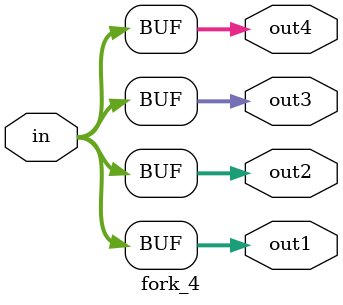
<source format=v>
module fork_4 #(
    parameter WIDTH = 32
) (
    input wire [WIDTH-1:0] in,

    output reg [WIDTH-1:0] out1,
    output reg [WIDTH-1:0] out2,
    output reg [WIDTH-1:0] out3,
    output reg [WIDTH-1:0] out4
);

assign out1 = in;
assign out2 = in;
assign out3 = in;
assign out4 = in;

endmodule

</source>
